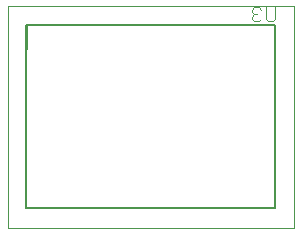
<source format=gbo>
G04 EAGLE Gerber RS-274X export*
G75*
%MOMM*%
%FSLAX34Y34*%
%LPD*%
%INSilkscreen Bottom*%
%IPPOS*%
%AMOC8*
5,1,8,0,0,1.08239X$1,22.5*%
G01*
%ADD10C,0.200000*%
%ADD11C,0.100000*%
%ADD12C,0.101600*%


D10*
X737000Y550500D02*
X526000Y550500D01*
X526000Y395500D01*
X737000Y395500D01*
X737000Y550500D01*
D11*
X752500Y567000D02*
X510500Y567000D01*
X510500Y379000D01*
X752500Y379000D01*
X752500Y567000D01*
X581500Y550500D02*
X526450Y550500D01*
X526000Y508000D01*
X526000Y438000D02*
X526000Y395500D01*
X576500Y395500D01*
X681500Y550500D02*
X737000Y550500D01*
X737000Y508000D01*
X737000Y438000D02*
X737000Y395500D01*
X686500Y395500D01*
D12*
X736686Y555907D02*
X736686Y565652D01*
X736686Y555907D02*
X734737Y553958D01*
X730839Y553958D01*
X728890Y555907D01*
X728890Y565652D01*
X724992Y563703D02*
X723043Y565652D01*
X719145Y565652D01*
X717196Y563703D01*
X717196Y561754D01*
X719145Y559805D01*
X721094Y559805D01*
X719145Y559805D02*
X717196Y557856D01*
X717196Y555907D01*
X719145Y553958D01*
X723043Y553958D01*
X724992Y555907D01*
M02*

</source>
